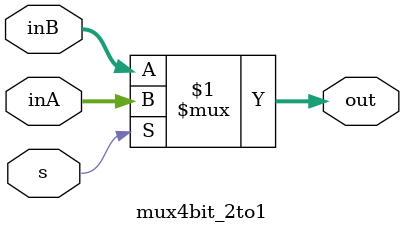
<source format=v>

module mux4bit_2to1 (inA, inB, s, out);
   parameter n=4;
   input [n-1:0] inA, inB;
	input s;
	output [n-1:0] out;
	
	assign out= s? inA: inB;
endmodule
</source>
